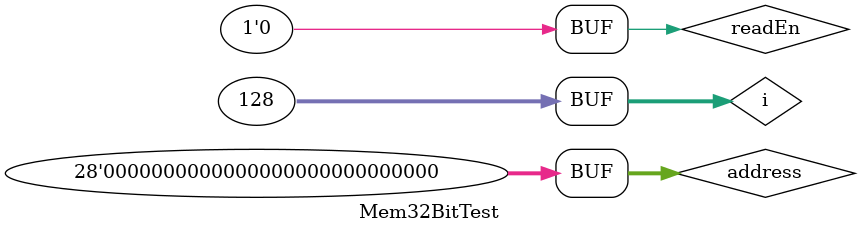
<source format=v>
`timescale 1ns / 1ps


module Mem32BitTest;

	// Inputs
	reg [27:0] address;
	reg readEn;

	// Outputs
	wire [31:0] data;

	// Instantiate the Unit Under Test (UUT)
	Mem32Bit uut (
		.address(address), 
		.readEn(readEn), 
		.data(data)
	);

integer i;
	
	initial begin
		// Initialize Inputs
		address = 0;
		readEn = 0;

		// Wait 100 ns for global reset to finish
		#100;
        
		// Add stimulus here
		#10  //wait
		for (i = 0; i < 128; i = i +1 )begin
		#5  //wait
		readEn = 1;
		address = i;
		#5 //wait
		readEn = 0;
		end
		
		#5 //wait
		readEn = 1;
		address = 24'b1111111; // test for last address
		#5 //wait
		readEn = 0;
		#5 //wait
		readEn = 1;
		address = 24'b0;
		#5 // wait
		readEn = 0;
		
	end
	
	initial begin
		$monitor ("address = %b, data = %b, readE = %b,\naddress = %d, data = %d, readE = %d\n", 
									address, data, readEn, address, data, readEn);
	end
      
endmodule


</source>
